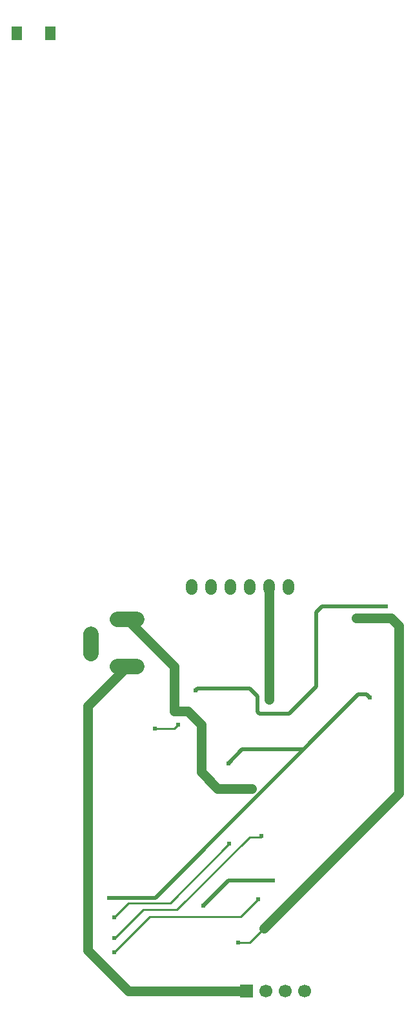
<source format=gbl>
G04 Layer: BottomLayer*
G04 EasyEDA v6.4.7, 2021-05-23T18:21:04+05:00*
G04 4ba805003f7d4cf790364f2a1c8dc171,d3277c0307964fb6908111913dbd2705,10*
G04 Gerber Generator version 0.2*
G04 Scale: 100 percent, Rotated: No, Reflected: No *
G04 Dimensions in inches *
G04 leading zeros omitted , absolute positions ,2 integer and 4 decimal *
%FSLAX24Y24*%
%MOIN*%
G90*
D02*

%ADD10C,0.010000*%
%ADD11C,0.020000*%
%ADD12C,0.050000*%
%ADD13C,0.024000*%
%ADD26C,0.066929*%
%ADD27C,0.060000*%
%ADD28C,0.078740*%

%LPD*%
G54D11*
G01X1900Y6072D02*
G01X4287Y6072D01*
G01X14768Y16553D01*
G01X15350Y16400D02*
G01X15197Y16553D01*
G01X14768Y16553D01*
G01X6350Y16750D02*
G01X6450Y16850D01*
G01X9150Y16850D01*
G01X9550Y16450D01*
G01X9550Y15650D01*
G01X9650Y15550D01*
G01X11200Y15550D01*
G01X12600Y16950D01*
G01X12600Y20800D01*
G01X12900Y21100D01*
G01X15800Y21100D01*
G01X16200Y21100D01*
G54D10*
G01X5450Y15000D02*
G01X5250Y14800D01*
G01X4250Y14800D01*
G54D11*
G01X10350Y6950D02*
G01X8050Y6950D01*
G01X6750Y5650D01*
G54D10*
G01X9600Y6000D02*
G01X8700Y5100D01*
G01X4000Y5100D01*
G01X2150Y3250D01*
G01X9900Y4500D02*
G01X9150Y3750D01*
G01X8550Y3750D01*
G54D12*
G01X2825Y20420D02*
G01X5250Y17995D01*
G01X5250Y15700D01*
G01X5950Y15700D01*
G01X6550Y15100D01*
G01X6650Y15000D01*
G01X6650Y12550D01*
G01X7500Y11700D01*
G01X9250Y11700D01*
G54D10*
G01X8100Y8850D02*
G01X5050Y5800D01*
G01X2900Y5800D01*
G01X2150Y5050D01*
G01X2150Y3950D02*
G01X3650Y5450D01*
G01X5400Y5450D01*
G01X9150Y9200D01*
G01X9750Y9200D01*
G54D12*
G01X10150Y16300D02*
G01X10150Y22100D01*
G01X9900Y4500D02*
G01X16850Y11450D01*
G01X16850Y20100D01*
G01X16450Y20500D01*
G01X14650Y20500D01*
G01X9000Y1250D02*
G01X2900Y1250D01*
G01X800Y3350D01*
G01X800Y15954D01*
G01X2825Y17979D01*
G54D11*
G01X11933Y13718D02*
G01X8768Y13718D01*
G01X8050Y13000D01*
G36*
G01X-868Y50295D02*
G01X-868Y51004D01*
G01X-1399Y51004D01*
G01X-1399Y50295D01*
G01X-868Y50295D01*
G37*
G36*
G01X-2600Y50295D02*
G01X-2600Y51004D01*
G01X-3131Y51004D01*
G01X-3131Y50295D01*
G01X-2600Y50295D01*
G37*
G36*
G01X8665Y1584D02*
G01X9334Y1584D01*
G01X9334Y915D01*
G01X8665Y915D01*
G01X8665Y1584D01*
G37*
G54D26*
G01X10000Y1250D03*
G01X11000Y1250D03*
G01X12000Y1250D03*
G54D13*
G01X15350Y16400D03*
G01X16200Y21100D03*
G01X6350Y16750D03*
G01X6750Y5650D03*
G01X10350Y6950D03*
G01X9600Y6000D03*
G01X8550Y3750D03*
G01X9250Y11700D03*
G01X4250Y14800D03*
G01X5450Y15000D03*
G01X8100Y8850D03*
G01X2150Y5050D03*
G01X9750Y9250D03*
G01X2150Y4000D03*
G01X2150Y3250D03*
G01X10150Y16300D03*
G01X14650Y20500D03*
G01X9900Y4500D03*
G01X8050Y13000D03*
G01X2100Y6072D03*
G01X1900Y6072D03*
G54D27*
G01X6150Y22193D02*
G01X6150Y22006D01*
G01X7150Y22193D02*
G01X7150Y22006D01*
G01X8150Y22193D02*
G01X8150Y22006D01*
G01X9150Y22193D02*
G01X9150Y22006D01*
G01X10150Y22193D02*
G01X10150Y22006D01*
G01X11150Y22193D02*
G01X11150Y22006D01*
G54D28*
G01X3337Y17979D02*
G01X2313Y17979D01*
G01X2313Y20420D02*
G01X3337Y20420D01*
G01X974Y18648D02*
G01X974Y19672D01*
M00*
M02*

</source>
